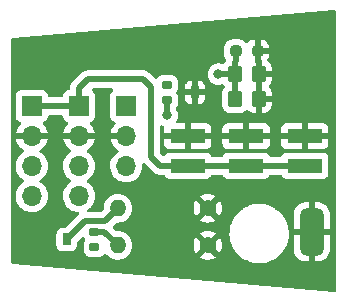
<source format=gbr>
%TF.GenerationSoftware,KiCad,Pcbnew,(6.0.5)*%
%TF.CreationDate,2023-08-08T13:15:33+01:00*%
%TF.ProjectId,Melty-daughter,4d656c74-792d-4646-9175-67687465722e,rev?*%
%TF.SameCoordinates,Original*%
%TF.FileFunction,Copper,L1,Top*%
%TF.FilePolarity,Positive*%
%FSLAX46Y46*%
G04 Gerber Fmt 4.6, Leading zero omitted, Abs format (unit mm)*
G04 Created by KiCad (PCBNEW (6.0.5)) date 2023-08-08 13:15:33*
%MOMM*%
%LPD*%
G01*
G04 APERTURE LIST*
G04 Aperture macros list*
%AMRoundRect*
0 Rectangle with rounded corners*
0 $1 Rounding radius*
0 $2 $3 $4 $5 $6 $7 $8 $9 X,Y pos of 4 corners*
0 Add a 4 corners polygon primitive as box body*
4,1,4,$2,$3,$4,$5,$6,$7,$8,$9,$2,$3,0*
0 Add four circle primitives for the rounded corners*
1,1,$1+$1,$2,$3*
1,1,$1+$1,$4,$5*
1,1,$1+$1,$6,$7*
1,1,$1+$1,$8,$9*
0 Add four rect primitives between the rounded corners*
20,1,$1+$1,$2,$3,$4,$5,0*
20,1,$1+$1,$4,$5,$6,$7,0*
20,1,$1+$1,$6,$7,$8,$9,0*
20,1,$1+$1,$8,$9,$2,$3,0*%
G04 Aperture macros list end*
%TA.AperFunction,SMDPad,CuDef*%
%ADD10RoundRect,0.060000X0.340000X-0.240000X0.340000X0.240000X-0.340000X0.240000X-0.340000X-0.240000X0*%
%TD*%
%TA.AperFunction,SMDPad,CuDef*%
%ADD11RoundRect,0.070000X0.280000X-0.430000X0.280000X0.430000X-0.280000X0.430000X-0.280000X-0.430000X0*%
%TD*%
%TA.AperFunction,SMDPad,CuDef*%
%ADD12RoundRect,0.500000X-0.500000X-1.500000X0.500000X-1.500000X0.500000X1.500000X-0.500000X1.500000X0*%
%TD*%
%TA.AperFunction,ComponentPad*%
%ADD13C,1.400000*%
%TD*%
%TA.AperFunction,ComponentPad*%
%ADD14O,1.400000X1.400000*%
%TD*%
%TA.AperFunction,SMDPad,CuDef*%
%ADD15RoundRect,0.250000X0.350000X0.450000X-0.350000X0.450000X-0.350000X-0.450000X0.350000X-0.450000X0*%
%TD*%
%TA.AperFunction,SMDPad,CuDef*%
%ADD16RoundRect,0.060000X-0.340000X0.240000X-0.340000X-0.240000X0.340000X-0.240000X0.340000X0.240000X0*%
%TD*%
%TA.AperFunction,SMDPad,CuDef*%
%ADD17RoundRect,0.070000X-0.280000X0.430000X-0.280000X-0.430000X0.280000X-0.430000X0.280000X0.430000X0*%
%TD*%
%TA.AperFunction,SMDPad,CuDef*%
%ADD18R,3.000000X1.200000*%
%TD*%
%TA.AperFunction,ComponentPad*%
%ADD19R,1.700000X1.700000*%
%TD*%
%TA.AperFunction,ComponentPad*%
%ADD20O,1.700000X1.700000*%
%TD*%
%TA.AperFunction,SMDPad,CuDef*%
%ADD21RoundRect,0.237500X0.250000X0.237500X-0.250000X0.237500X-0.250000X-0.237500X0.250000X-0.237500X0*%
%TD*%
%TA.AperFunction,ViaPad*%
%ADD22C,0.800000*%
%TD*%
%TA.AperFunction,Conductor*%
%ADD23C,0.500000*%
%TD*%
G04 APERTURE END LIST*
D10*
%TO.P,RV3,1,1*%
%TO.N,unconnected-(RV3-Pad1)*%
X107550000Y-98150000D03*
D11*
%TO.P,RV3,2,2*%
%TO.N,Net-(R5-Pad2)*%
X105200000Y-97500000D03*
D10*
%TO.P,RV3,3,3*%
%TO.N,GND*%
X107550000Y-96850000D03*
%TD*%
D12*
%TO.P,P1,1*%
%TO.N,IR_out*%
X125950000Y-96850000D03*
%TD*%
D13*
%TO.P,R3,1*%
%TO.N,IR_out*%
X117160000Y-98000000D03*
D14*
%TO.P,R3,2*%
%TO.N,GND*%
X109540000Y-98000000D03*
%TD*%
D15*
%TO.P,R2,1*%
%TO.N,IR_out*%
X121450000Y-85600000D03*
%TO.P,R2,2*%
%TO.N,GND*%
X119450000Y-85600000D03*
%TD*%
D16*
%TO.P,RV1,1,1*%
%TO.N,unconnected-(RV1-Pad1)*%
X113700000Y-84400000D03*
D17*
%TO.P,RV1,2,2*%
%TO.N,IR_out*%
X116050000Y-85050000D03*
D16*
%TO.P,RV1,3,3*%
%TO.N,GND*%
X113700000Y-85700000D03*
%TD*%
D18*
%TO.P,Q3,1,C*%
%TO.N,+3V3*%
X115450000Y-91250000D03*
%TO.P,Q3,2,E*%
%TO.N,IR_out*%
X115450000Y-88750000D03*
%TD*%
%TO.P,Q2,1,C*%
%TO.N,+3V3*%
X120400000Y-91250000D03*
%TO.P,Q2,2,E*%
%TO.N,IR_out*%
X120400000Y-88750000D03*
%TD*%
D19*
%TO.P,J2,1,Pin_1*%
%TO.N,+3V3*%
X106250000Y-86200000D03*
D20*
%TO.P,J2,2,Pin_2*%
%TO.N,IR_out*%
X106250000Y-88740000D03*
%TO.P,J2,3,Pin_3*%
%TO.N,Net-(J1-Pad3)*%
X106250000Y-91280000D03*
%TO.P,J2,4,Pin_4*%
%TO.N,GND*%
X106250000Y-93820000D03*
%TD*%
D19*
%TO.P,RV2,1,1*%
%TO.N,GND*%
X110250000Y-86200000D03*
D20*
%TO.P,RV2,2,2*%
%TO.N,IR_out*%
X110250000Y-88740000D03*
%TO.P,RV2,3,3*%
%TO.N,unconnected-(RV2-Pad3)*%
X110250000Y-91280000D03*
%TD*%
D21*
%TO.P,R1,1*%
%TO.N,IR_out*%
X121362500Y-81550000D03*
%TO.P,R1,2*%
%TO.N,GND*%
X119537500Y-81550000D03*
%TD*%
D15*
%TO.P,R4,1*%
%TO.N,IR_out*%
X121450000Y-83500000D03*
%TO.P,R4,2*%
%TO.N,GND*%
X119450000Y-83500000D03*
%TD*%
D18*
%TO.P,Q1,1,C*%
%TO.N,+3V3*%
X125350000Y-91250000D03*
%TO.P,Q1,2,E*%
%TO.N,IR_out*%
X125350000Y-88750000D03*
%TD*%
D19*
%TO.P,J1,1,Pin_1*%
%TO.N,+3V3*%
X102250000Y-86200000D03*
D20*
%TO.P,J1,2,Pin_2*%
%TO.N,IR_out*%
X102250000Y-88740000D03*
%TO.P,J1,3,Pin_3*%
%TO.N,Net-(J1-Pad3)*%
X102250000Y-91280000D03*
%TO.P,J1,4,Pin_4*%
%TO.N,GND*%
X102250000Y-93820000D03*
%TD*%
D13*
%TO.P,R5,1*%
%TO.N,IR_out*%
X117160000Y-94850000D03*
D14*
%TO.P,R5,2*%
%TO.N,Net-(R5-Pad2)*%
X109540000Y-94850000D03*
%TD*%
D22*
%TO.N,GND*%
X118050000Y-83500000D03*
X113700000Y-87000000D03*
%TD*%
D23*
%TO.N,GND*%
X108390000Y-96850000D02*
X109540000Y-98000000D01*
X107550000Y-96850000D02*
X108390000Y-96850000D01*
%TO.N,Net-(R5-Pad2)*%
X108440000Y-95950000D02*
X106750000Y-95950000D01*
X109540000Y-94850000D02*
X108440000Y-95950000D01*
X106750000Y-95950000D02*
X105200000Y-97500000D01*
%TO.N,GND*%
X113700000Y-87000000D02*
X113700000Y-85700000D01*
%TO.N,+3V3*%
X113100000Y-91250000D02*
X115450000Y-91250000D01*
X112350000Y-84600000D02*
X112350000Y-90500000D01*
X111700000Y-83950000D02*
X112350000Y-84600000D01*
X106250000Y-84700000D02*
X107000000Y-83950000D01*
X112350000Y-90500000D02*
X113100000Y-91250000D01*
X106250000Y-86200000D02*
X106250000Y-84700000D01*
X107000000Y-83950000D02*
X111700000Y-83950000D01*
X125350000Y-91250000D02*
X120400000Y-91250000D01*
X120400000Y-91250000D02*
X115450000Y-91250000D01*
X102250000Y-86200000D02*
X106250000Y-86200000D01*
%TO.N,GND*%
X119450000Y-85600000D02*
X119450000Y-83500000D01*
X119537500Y-82362500D02*
X119450000Y-82450000D01*
X119450000Y-83500000D02*
X118050000Y-83500000D01*
X119450000Y-82450000D02*
X119450000Y-83500000D01*
X119537500Y-81550000D02*
X119537500Y-82362500D01*
%TD*%
%TA.AperFunction,Conductor*%
%TO.N,IR_out*%
G36*
X127924098Y-78081049D02*
G01*
X127975101Y-78130437D01*
X127991500Y-78192594D01*
X127991500Y-101807406D01*
X127971498Y-101875527D01*
X127917842Y-101922020D01*
X127854492Y-101932924D01*
X100623489Y-99544240D01*
X100557377Y-99518362D01*
X100515751Y-99460849D01*
X100508500Y-99418722D01*
X100508500Y-97967918D01*
X104341500Y-97967918D01*
X104356390Y-98081019D01*
X104414681Y-98221746D01*
X104507409Y-98342591D01*
X104628254Y-98435319D01*
X104768981Y-98493610D01*
X104882082Y-98508500D01*
X105517918Y-98508500D01*
X105631019Y-98493610D01*
X105771746Y-98435319D01*
X105892591Y-98342591D01*
X105985319Y-98221746D01*
X106043610Y-98081019D01*
X106058500Y-97967918D01*
X106058500Y-97766371D01*
X106078502Y-97698250D01*
X106095405Y-97677276D01*
X106487100Y-97285581D01*
X106549412Y-97251555D01*
X106620227Y-97256620D01*
X106677063Y-97299167D01*
X106692603Y-97326456D01*
X106713416Y-97376703D01*
X106749170Y-97423298D01*
X106774769Y-97489516D01*
X106760504Y-97559065D01*
X106749173Y-97576698D01*
X106713416Y-97623297D01*
X106656132Y-97761592D01*
X106641500Y-97872735D01*
X106641501Y-98427264D01*
X106642039Y-98431348D01*
X106642039Y-98431354D01*
X106655054Y-98530221D01*
X106656132Y-98538408D01*
X106713416Y-98676703D01*
X106804541Y-98795459D01*
X106923297Y-98886584D01*
X107061592Y-98943868D01*
X107069780Y-98944946D01*
X107168641Y-98957961D01*
X107172735Y-98958500D01*
X107549954Y-98958500D01*
X107927264Y-98958499D01*
X107931348Y-98957961D01*
X107931354Y-98957961D01*
X108030221Y-98944946D01*
X108030223Y-98944945D01*
X108038408Y-98943868D01*
X108176703Y-98886584D01*
X108295459Y-98795459D01*
X108361420Y-98709497D01*
X108418758Y-98667630D01*
X108489629Y-98663409D01*
X108551532Y-98698174D01*
X108564588Y-98713922D01*
X108610699Y-98779776D01*
X108760224Y-98929301D01*
X108933442Y-99050589D01*
X108938420Y-99052910D01*
X108938423Y-99052912D01*
X109116853Y-99136115D01*
X109125090Y-99139956D01*
X109130398Y-99141378D01*
X109130400Y-99141379D01*
X109324030Y-99193262D01*
X109324032Y-99193262D01*
X109329345Y-99194686D01*
X109540000Y-99213116D01*
X109750655Y-99194686D01*
X109755968Y-99193262D01*
X109755970Y-99193262D01*
X109949600Y-99141379D01*
X109949602Y-99141378D01*
X109954910Y-99139956D01*
X109963147Y-99136115D01*
X110141577Y-99052912D01*
X110141580Y-99052910D01*
X110146558Y-99050589D01*
X110198440Y-99014261D01*
X116510294Y-99014261D01*
X116519590Y-99026276D01*
X116549189Y-99047001D01*
X116558677Y-99052479D01*
X116740277Y-99137159D01*
X116750571Y-99140907D01*
X116944122Y-99192769D01*
X116954909Y-99194671D01*
X117154525Y-99212135D01*
X117165475Y-99212135D01*
X117365091Y-99194671D01*
X117375878Y-99192769D01*
X117569429Y-99140907D01*
X117579723Y-99137159D01*
X117761323Y-99052479D01*
X117770811Y-99047001D01*
X117801248Y-99025689D01*
X117809623Y-99015212D01*
X117802554Y-99001764D01*
X117172812Y-98372022D01*
X117158868Y-98364408D01*
X117157035Y-98364539D01*
X117150420Y-98368790D01*
X116516724Y-99002486D01*
X116510294Y-99014261D01*
X110198440Y-99014261D01*
X110319776Y-98929301D01*
X110469301Y-98779776D01*
X110590589Y-98606558D01*
X110664651Y-98447733D01*
X110677633Y-98419892D01*
X110677634Y-98419891D01*
X110679956Y-98414910D01*
X110734686Y-98210655D01*
X110752637Y-98005475D01*
X115947865Y-98005475D01*
X115965329Y-98205091D01*
X115967231Y-98215878D01*
X116019093Y-98409429D01*
X116022841Y-98419723D01*
X116107521Y-98601323D01*
X116112999Y-98610811D01*
X116134311Y-98641248D01*
X116144788Y-98649623D01*
X116158236Y-98642554D01*
X116787978Y-98012812D01*
X116794356Y-98001132D01*
X117524408Y-98001132D01*
X117524539Y-98002965D01*
X117528790Y-98009580D01*
X118162486Y-98643276D01*
X118174261Y-98649706D01*
X118186276Y-98640410D01*
X118207001Y-98610811D01*
X118212479Y-98601323D01*
X118297159Y-98419723D01*
X118300907Y-98409429D01*
X118352769Y-98215878D01*
X118354671Y-98205091D01*
X118372135Y-98005475D01*
X118372135Y-97994525D01*
X118354671Y-97794909D01*
X118352769Y-97784122D01*
X118300907Y-97590571D01*
X118297159Y-97580277D01*
X118212479Y-97398677D01*
X118207001Y-97389189D01*
X118185689Y-97358752D01*
X118175212Y-97350377D01*
X118161764Y-97357446D01*
X117532022Y-97987188D01*
X117524408Y-98001132D01*
X116794356Y-98001132D01*
X116795592Y-97998868D01*
X116795461Y-97997035D01*
X116791210Y-97990420D01*
X116157514Y-97356724D01*
X116145739Y-97350294D01*
X116133724Y-97359590D01*
X116112999Y-97389189D01*
X116107521Y-97398677D01*
X116022841Y-97580277D01*
X116019093Y-97590571D01*
X115967231Y-97784122D01*
X115965329Y-97794909D01*
X115947865Y-97994525D01*
X115947865Y-98005475D01*
X110752637Y-98005475D01*
X110753116Y-98000000D01*
X110734686Y-97789345D01*
X110727250Y-97761592D01*
X110681379Y-97590400D01*
X110681378Y-97590398D01*
X110679956Y-97585090D01*
X110676046Y-97576704D01*
X110592912Y-97398423D01*
X110592910Y-97398420D01*
X110590589Y-97393442D01*
X110469301Y-97220224D01*
X110319776Y-97070699D01*
X110197082Y-96984788D01*
X116510377Y-96984788D01*
X116517446Y-96998236D01*
X117147188Y-97627978D01*
X117161132Y-97635592D01*
X117162965Y-97635461D01*
X117169580Y-97631210D01*
X117800790Y-97000000D01*
X118986540Y-97000000D01*
X119006359Y-97315020D01*
X119065505Y-97625072D01*
X119163044Y-97925266D01*
X119164731Y-97928852D01*
X119164733Y-97928856D01*
X119295750Y-98207283D01*
X119295754Y-98207290D01*
X119297438Y-98210869D01*
X119466568Y-98477375D01*
X119477385Y-98490450D01*
X119662266Y-98713932D01*
X119667767Y-98720582D01*
X119897860Y-98936654D01*
X119901062Y-98938981D01*
X119901064Y-98938982D01*
X119953631Y-98977174D01*
X120153221Y-99122184D01*
X120156690Y-99124091D01*
X120156693Y-99124093D01*
X120366111Y-99239222D01*
X120429821Y-99274247D01*
X120433490Y-99275700D01*
X120433495Y-99275702D01*
X120719628Y-99388990D01*
X120723298Y-99390443D01*
X121029025Y-99468940D01*
X121342179Y-99508500D01*
X121657821Y-99508500D01*
X121970975Y-99468940D01*
X122276702Y-99390443D01*
X122280372Y-99388990D01*
X122566505Y-99275702D01*
X122566510Y-99275700D01*
X122570179Y-99274247D01*
X122633889Y-99239222D01*
X122843307Y-99124093D01*
X122843310Y-99124091D01*
X122846779Y-99122184D01*
X123046369Y-98977174D01*
X123098936Y-98938982D01*
X123098938Y-98938981D01*
X123102140Y-98936654D01*
X123332233Y-98720582D01*
X123337735Y-98713932D01*
X123522615Y-98490450D01*
X123533432Y-98477375D01*
X123554180Y-98444681D01*
X124442000Y-98444681D01*
X124442077Y-98447733D01*
X124443233Y-98456945D01*
X124480162Y-98640091D01*
X124483752Y-98651833D01*
X124554978Y-98822943D01*
X124560778Y-98833759D01*
X124663885Y-98987779D01*
X124671678Y-98997266D01*
X124802734Y-99128322D01*
X124812221Y-99136115D01*
X124966241Y-99239222D01*
X124977057Y-99245022D01*
X125148167Y-99316248D01*
X125159909Y-99319838D01*
X125343055Y-99356767D01*
X125352267Y-99357923D01*
X125355319Y-99358000D01*
X125677885Y-99358000D01*
X125693124Y-99353525D01*
X125694329Y-99352135D01*
X125696000Y-99344452D01*
X125696000Y-99339885D01*
X126204000Y-99339885D01*
X126208475Y-99355124D01*
X126209865Y-99356329D01*
X126217548Y-99358000D01*
X126544681Y-99358000D01*
X126547733Y-99357923D01*
X126556945Y-99356767D01*
X126740091Y-99319838D01*
X126751833Y-99316248D01*
X126922943Y-99245022D01*
X126933759Y-99239222D01*
X127087779Y-99136115D01*
X127097266Y-99128322D01*
X127228322Y-98997266D01*
X127236115Y-98987779D01*
X127339222Y-98833759D01*
X127345022Y-98822943D01*
X127416248Y-98651833D01*
X127419838Y-98640091D01*
X127456767Y-98456945D01*
X127457923Y-98447733D01*
X127458000Y-98444681D01*
X127458000Y-97122115D01*
X127453525Y-97106876D01*
X127452135Y-97105671D01*
X127444452Y-97104000D01*
X126222115Y-97104000D01*
X126206876Y-97108475D01*
X126205671Y-97109865D01*
X126204000Y-97117548D01*
X126204000Y-99339885D01*
X125696000Y-99339885D01*
X125696000Y-97122115D01*
X125691525Y-97106876D01*
X125690135Y-97105671D01*
X125682452Y-97104000D01*
X124460115Y-97104000D01*
X124444876Y-97108475D01*
X124443671Y-97109865D01*
X124442000Y-97117548D01*
X124442000Y-98444681D01*
X123554180Y-98444681D01*
X123702562Y-98210869D01*
X123704246Y-98207290D01*
X123704250Y-98207283D01*
X123835267Y-97928856D01*
X123835269Y-97928852D01*
X123836956Y-97925266D01*
X123934495Y-97625072D01*
X123993641Y-97315020D01*
X124013460Y-97000000D01*
X123993641Y-96684980D01*
X123973211Y-96577885D01*
X124442000Y-96577885D01*
X124446475Y-96593124D01*
X124447865Y-96594329D01*
X124455548Y-96596000D01*
X125677885Y-96596000D01*
X125693124Y-96591525D01*
X125694329Y-96590135D01*
X125696000Y-96582452D01*
X125696000Y-96577885D01*
X126204000Y-96577885D01*
X126208475Y-96593124D01*
X126209865Y-96594329D01*
X126217548Y-96596000D01*
X127439885Y-96596000D01*
X127455124Y-96591525D01*
X127456329Y-96590135D01*
X127458000Y-96582452D01*
X127458000Y-95255319D01*
X127457923Y-95252267D01*
X127456767Y-95243055D01*
X127419838Y-95059909D01*
X127416248Y-95048167D01*
X127345022Y-94877057D01*
X127339222Y-94866241D01*
X127236115Y-94712221D01*
X127228322Y-94702734D01*
X127097266Y-94571678D01*
X127087779Y-94563885D01*
X126933759Y-94460778D01*
X126922943Y-94454978D01*
X126751833Y-94383752D01*
X126740091Y-94380162D01*
X126556945Y-94343233D01*
X126547733Y-94342077D01*
X126544681Y-94342000D01*
X126222115Y-94342000D01*
X126206876Y-94346475D01*
X126205671Y-94347865D01*
X126204000Y-94355548D01*
X126204000Y-96577885D01*
X125696000Y-96577885D01*
X125696000Y-94360115D01*
X125691525Y-94344876D01*
X125690135Y-94343671D01*
X125682452Y-94342000D01*
X125355319Y-94342000D01*
X125352267Y-94342077D01*
X125343055Y-94343233D01*
X125159909Y-94380162D01*
X125148167Y-94383752D01*
X124977057Y-94454978D01*
X124966241Y-94460778D01*
X124812221Y-94563885D01*
X124802734Y-94571678D01*
X124671678Y-94702734D01*
X124663885Y-94712221D01*
X124560778Y-94866241D01*
X124554978Y-94877057D01*
X124483752Y-95048167D01*
X124480162Y-95059909D01*
X124443233Y-95243055D01*
X124442077Y-95252267D01*
X124442000Y-95255319D01*
X124442000Y-96577885D01*
X123973211Y-96577885D01*
X123934495Y-96374928D01*
X123836956Y-96074734D01*
X123831264Y-96062637D01*
X123704250Y-95792717D01*
X123704246Y-95792710D01*
X123702562Y-95789131D01*
X123698329Y-95782460D01*
X123670052Y-95737903D01*
X123533432Y-95522625D01*
X123332233Y-95279418D01*
X123102140Y-95063346D01*
X123097410Y-95059909D01*
X122963916Y-94962921D01*
X122846779Y-94877816D01*
X122825725Y-94866241D01*
X122573648Y-94727660D01*
X122573647Y-94727659D01*
X122570179Y-94725753D01*
X122566510Y-94724300D01*
X122566505Y-94724298D01*
X122280372Y-94611010D01*
X122280371Y-94611010D01*
X122276702Y-94609557D01*
X121970975Y-94531060D01*
X121657821Y-94491500D01*
X121342179Y-94491500D01*
X121029025Y-94531060D01*
X120723298Y-94609557D01*
X120719629Y-94611010D01*
X120719628Y-94611010D01*
X120433495Y-94724298D01*
X120433490Y-94724300D01*
X120429821Y-94725753D01*
X120426353Y-94727659D01*
X120426352Y-94727660D01*
X120174276Y-94866241D01*
X120153221Y-94877816D01*
X120036084Y-94962921D01*
X119902591Y-95059909D01*
X119897860Y-95063346D01*
X119667767Y-95279418D01*
X119466568Y-95522625D01*
X119329948Y-95737903D01*
X119301672Y-95782460D01*
X119297438Y-95789131D01*
X119295754Y-95792710D01*
X119295750Y-95792717D01*
X119168736Y-96062637D01*
X119163044Y-96074734D01*
X119065505Y-96374928D01*
X119006359Y-96684980D01*
X118999237Y-96798182D01*
X118989525Y-96952566D01*
X118988833Y-96963559D01*
X118986540Y-97000000D01*
X117800790Y-97000000D01*
X117803276Y-96997514D01*
X117809706Y-96985739D01*
X117800410Y-96973724D01*
X117770811Y-96952999D01*
X117761323Y-96947521D01*
X117579723Y-96862841D01*
X117569429Y-96859093D01*
X117375878Y-96807231D01*
X117365091Y-96805329D01*
X117165475Y-96787865D01*
X117154525Y-96787865D01*
X116954909Y-96805329D01*
X116944122Y-96807231D01*
X116750571Y-96859093D01*
X116740277Y-96862841D01*
X116558677Y-96947521D01*
X116549189Y-96952999D01*
X116518752Y-96974311D01*
X116510377Y-96984788D01*
X110197082Y-96984788D01*
X110146558Y-96949411D01*
X110141580Y-96947090D01*
X110141577Y-96947088D01*
X109959892Y-96862367D01*
X109959891Y-96862366D01*
X109954910Y-96860044D01*
X109949602Y-96858622D01*
X109949600Y-96858621D01*
X109755970Y-96806738D01*
X109755968Y-96806738D01*
X109750655Y-96805314D01*
X109540000Y-96786884D01*
X109534525Y-96787363D01*
X109534524Y-96787363D01*
X109469392Y-96793061D01*
X109399787Y-96779071D01*
X109369316Y-96756635D01*
X109126776Y-96514095D01*
X109092750Y-96451783D01*
X109097815Y-96380968D01*
X109126776Y-96335905D01*
X109369316Y-96093365D01*
X109431628Y-96059339D01*
X109469392Y-96056939D01*
X109534524Y-96062637D01*
X109534525Y-96062637D01*
X109540000Y-96063116D01*
X109750655Y-96044686D01*
X109755968Y-96043262D01*
X109755970Y-96043262D01*
X109949600Y-95991379D01*
X109949602Y-95991378D01*
X109954910Y-95989956D01*
X110128122Y-95909186D01*
X110141577Y-95902912D01*
X110141580Y-95902910D01*
X110146558Y-95900589D01*
X110198440Y-95864261D01*
X116510294Y-95864261D01*
X116519590Y-95876276D01*
X116549189Y-95897001D01*
X116558677Y-95902479D01*
X116740277Y-95987159D01*
X116750571Y-95990907D01*
X116944122Y-96042769D01*
X116954909Y-96044671D01*
X117154525Y-96062135D01*
X117165475Y-96062135D01*
X117365091Y-96044671D01*
X117375878Y-96042769D01*
X117569429Y-95990907D01*
X117579723Y-95987159D01*
X117761323Y-95902479D01*
X117770811Y-95897001D01*
X117801248Y-95875689D01*
X117809623Y-95865212D01*
X117802554Y-95851764D01*
X117172812Y-95222022D01*
X117158868Y-95214408D01*
X117157035Y-95214539D01*
X117150420Y-95218790D01*
X116516724Y-95852486D01*
X116510294Y-95864261D01*
X110198440Y-95864261D01*
X110319776Y-95779301D01*
X110469301Y-95629776D01*
X110590589Y-95456558D01*
X110633683Y-95364144D01*
X110677633Y-95269892D01*
X110677634Y-95269891D01*
X110679956Y-95264910D01*
X110682438Y-95255649D01*
X110733262Y-95065970D01*
X110733262Y-95065968D01*
X110734686Y-95060655D01*
X110752637Y-94855475D01*
X115947865Y-94855475D01*
X115965329Y-95055091D01*
X115967231Y-95065878D01*
X116019093Y-95259429D01*
X116022841Y-95269723D01*
X116107521Y-95451323D01*
X116112999Y-95460811D01*
X116134311Y-95491248D01*
X116144788Y-95499623D01*
X116158236Y-95492554D01*
X116787978Y-94862812D01*
X116794356Y-94851132D01*
X117524408Y-94851132D01*
X117524539Y-94852965D01*
X117528790Y-94859580D01*
X118162486Y-95493276D01*
X118174261Y-95499706D01*
X118186276Y-95490410D01*
X118207001Y-95460811D01*
X118212479Y-95451323D01*
X118297159Y-95269723D01*
X118300907Y-95259429D01*
X118352769Y-95065878D01*
X118354671Y-95055091D01*
X118372135Y-94855475D01*
X118372135Y-94844525D01*
X118354671Y-94644909D01*
X118352769Y-94634122D01*
X118300907Y-94440571D01*
X118297159Y-94430277D01*
X118212479Y-94248677D01*
X118207001Y-94239189D01*
X118185689Y-94208752D01*
X118175212Y-94200377D01*
X118161764Y-94207446D01*
X117532022Y-94837188D01*
X117524408Y-94851132D01*
X116794356Y-94851132D01*
X116795592Y-94848868D01*
X116795461Y-94847035D01*
X116791210Y-94840420D01*
X116157514Y-94206724D01*
X116145739Y-94200294D01*
X116133724Y-94209590D01*
X116112999Y-94239189D01*
X116107521Y-94248677D01*
X116022841Y-94430277D01*
X116019093Y-94440571D01*
X115967231Y-94634122D01*
X115965329Y-94644909D01*
X115947865Y-94844525D01*
X115947865Y-94855475D01*
X110752637Y-94855475D01*
X110753116Y-94850000D01*
X110734686Y-94639345D01*
X110733262Y-94634030D01*
X110681379Y-94440400D01*
X110681378Y-94440398D01*
X110679956Y-94435090D01*
X110642865Y-94355548D01*
X110592912Y-94248423D01*
X110592910Y-94248420D01*
X110590589Y-94243442D01*
X110469301Y-94070224D01*
X110319776Y-93920699D01*
X110197082Y-93834788D01*
X116510377Y-93834788D01*
X116517446Y-93848236D01*
X117147188Y-94477978D01*
X117161132Y-94485592D01*
X117162965Y-94485461D01*
X117169580Y-94481210D01*
X117803276Y-93847514D01*
X117809706Y-93835739D01*
X117800410Y-93823724D01*
X117770811Y-93802999D01*
X117761323Y-93797521D01*
X117579723Y-93712841D01*
X117569429Y-93709093D01*
X117375878Y-93657231D01*
X117365091Y-93655329D01*
X117165475Y-93637865D01*
X117154525Y-93637865D01*
X116954909Y-93655329D01*
X116944122Y-93657231D01*
X116750571Y-93709093D01*
X116740277Y-93712841D01*
X116558677Y-93797521D01*
X116549189Y-93802999D01*
X116518752Y-93824311D01*
X116510377Y-93834788D01*
X110197082Y-93834788D01*
X110146558Y-93799411D01*
X110141580Y-93797090D01*
X110141577Y-93797088D01*
X109959892Y-93712367D01*
X109959891Y-93712366D01*
X109954910Y-93710044D01*
X109949602Y-93708622D01*
X109949600Y-93708621D01*
X109755970Y-93656738D01*
X109755968Y-93656738D01*
X109750655Y-93655314D01*
X109540000Y-93636884D01*
X109329345Y-93655314D01*
X109324032Y-93656738D01*
X109324030Y-93656738D01*
X109130400Y-93708621D01*
X109130398Y-93708622D01*
X109125090Y-93710044D01*
X109120109Y-93712366D01*
X109120108Y-93712367D01*
X108938423Y-93797088D01*
X108938420Y-93797090D01*
X108933442Y-93799411D01*
X108760224Y-93920699D01*
X108610699Y-94070224D01*
X108489411Y-94243442D01*
X108487090Y-94248420D01*
X108487088Y-94248423D01*
X108437135Y-94355548D01*
X108400044Y-94435090D01*
X108398622Y-94440398D01*
X108398621Y-94440400D01*
X108346738Y-94634030D01*
X108345314Y-94639345D01*
X108326884Y-94850000D01*
X108327363Y-94855475D01*
X108327363Y-94855476D01*
X108333061Y-94920608D01*
X108319071Y-94990213D01*
X108296635Y-95020684D01*
X108162724Y-95154595D01*
X108100412Y-95188621D01*
X108073629Y-95191500D01*
X107060382Y-95191500D01*
X106992261Y-95171498D01*
X106945768Y-95117842D01*
X106935664Y-95047568D01*
X106965158Y-94982988D01*
X106987214Y-94962921D01*
X107028703Y-94933327D01*
X107129860Y-94861173D01*
X107144048Y-94847035D01*
X107284435Y-94707137D01*
X107288096Y-94703489D01*
X107347594Y-94620689D01*
X107415435Y-94526277D01*
X107418453Y-94522077D01*
X107433320Y-94491997D01*
X107515136Y-94326453D01*
X107515137Y-94326451D01*
X107517430Y-94321811D01*
X107582370Y-94108069D01*
X107611529Y-93886590D01*
X107612484Y-93847514D01*
X107613074Y-93823365D01*
X107613074Y-93823361D01*
X107613156Y-93820000D01*
X107594852Y-93597361D01*
X107540431Y-93380702D01*
X107451354Y-93175840D01*
X107330014Y-92988277D01*
X107179670Y-92823051D01*
X107175619Y-92819852D01*
X107175615Y-92819848D01*
X107008414Y-92687800D01*
X107008410Y-92687798D01*
X107004359Y-92684598D01*
X106963053Y-92661796D01*
X106913084Y-92611364D01*
X106898312Y-92541921D01*
X106923428Y-92475516D01*
X106950780Y-92448909D01*
X106994603Y-92417650D01*
X107129860Y-92321173D01*
X107288096Y-92163489D01*
X107347594Y-92080689D01*
X107415435Y-91986277D01*
X107418453Y-91982077D01*
X107422138Y-91974622D01*
X107515136Y-91786453D01*
X107515137Y-91786451D01*
X107517430Y-91781811D01*
X107582370Y-91568069D01*
X107611529Y-91346590D01*
X107613156Y-91280000D01*
X107594852Y-91057361D01*
X107540431Y-90840702D01*
X107451354Y-90635840D01*
X107383608Y-90531120D01*
X107332822Y-90452617D01*
X107332820Y-90452614D01*
X107330014Y-90448277D01*
X107179670Y-90283051D01*
X107175619Y-90279852D01*
X107175615Y-90279848D01*
X107008414Y-90147800D01*
X107008410Y-90147798D01*
X107004359Y-90144598D01*
X106999416Y-90141869D01*
X106962569Y-90121529D01*
X106912598Y-90071097D01*
X106897826Y-90001654D01*
X106922942Y-89935248D01*
X106950294Y-89908641D01*
X107125328Y-89783792D01*
X107133200Y-89777139D01*
X107284052Y-89626812D01*
X107290730Y-89618965D01*
X107415003Y-89446020D01*
X107420313Y-89437183D01*
X107514670Y-89246267D01*
X107518469Y-89236672D01*
X107580377Y-89032910D01*
X107582555Y-89022837D01*
X107583986Y-89011962D01*
X107581775Y-88997778D01*
X107568617Y-88994000D01*
X104933225Y-88994000D01*
X104919694Y-88997973D01*
X104918257Y-89007966D01*
X104948565Y-89142446D01*
X104951645Y-89152275D01*
X105031770Y-89349603D01*
X105036413Y-89358794D01*
X105147694Y-89540388D01*
X105153777Y-89548699D01*
X105293213Y-89709667D01*
X105300580Y-89716883D01*
X105464434Y-89852916D01*
X105472881Y-89858831D01*
X105541969Y-89899203D01*
X105590693Y-89950842D01*
X105603764Y-90020625D01*
X105577033Y-90086396D01*
X105536584Y-90119752D01*
X105523607Y-90126507D01*
X105519474Y-90129610D01*
X105519471Y-90129612D01*
X105349100Y-90257530D01*
X105344965Y-90260635D01*
X105190629Y-90422138D01*
X105187715Y-90426410D01*
X105187714Y-90426411D01*
X105116287Y-90531120D01*
X105064743Y-90606680D01*
X104970688Y-90809305D01*
X104910989Y-91024570D01*
X104887251Y-91246695D01*
X104887548Y-91251848D01*
X104887548Y-91251851D01*
X104893011Y-91346590D01*
X104900110Y-91469715D01*
X104901247Y-91474761D01*
X104901248Y-91474767D01*
X104921119Y-91562939D01*
X104949222Y-91687639D01*
X105009173Y-91835281D01*
X105029497Y-91885333D01*
X105033266Y-91894616D01*
X105078061Y-91967715D01*
X105147130Y-92080425D01*
X105149987Y-92085088D01*
X105296250Y-92253938D01*
X105468126Y-92396632D01*
X105538595Y-92437811D01*
X105541445Y-92439476D01*
X105590169Y-92491114D01*
X105603240Y-92560897D01*
X105576509Y-92626669D01*
X105536055Y-92660027D01*
X105523607Y-92666507D01*
X105519474Y-92669610D01*
X105519471Y-92669612D01*
X105495247Y-92687800D01*
X105344965Y-92800635D01*
X105190629Y-92962138D01*
X105064743Y-93146680D01*
X104970688Y-93349305D01*
X104910989Y-93564570D01*
X104887251Y-93786695D01*
X104887548Y-93791848D01*
X104887548Y-93791851D01*
X104893011Y-93886590D01*
X104900110Y-94009715D01*
X104901247Y-94014761D01*
X104901248Y-94014767D01*
X104913746Y-94070224D01*
X104949222Y-94227639D01*
X105033266Y-94434616D01*
X105068429Y-94491997D01*
X105140470Y-94609557D01*
X105149987Y-94625088D01*
X105296250Y-94793938D01*
X105468126Y-94936632D01*
X105661000Y-95049338D01*
X105665825Y-95051180D01*
X105665826Y-95051181D01*
X105738612Y-95078975D01*
X105869692Y-95129030D01*
X105874760Y-95130061D01*
X105874763Y-95130062D01*
X105982017Y-95151883D01*
X106088597Y-95173567D01*
X106093771Y-95173757D01*
X106093773Y-95173757D01*
X106123801Y-95174858D01*
X106150317Y-95175830D01*
X106217658Y-95198314D01*
X106262154Y-95253637D01*
X106269676Y-95324234D01*
X106237171Y-95388398D01*
X106206871Y-95420383D01*
X106204494Y-95422825D01*
X105172724Y-96454595D01*
X105110412Y-96488621D01*
X105083629Y-96491500D01*
X104882082Y-96491500D01*
X104768981Y-96506390D01*
X104628254Y-96564681D01*
X104507409Y-96657409D01*
X104414681Y-96778254D01*
X104356390Y-96918981D01*
X104341500Y-97032082D01*
X104341500Y-97967918D01*
X100508500Y-97967918D01*
X100508500Y-93786695D01*
X100887251Y-93786695D01*
X100887548Y-93791848D01*
X100887548Y-93791851D01*
X100893011Y-93886590D01*
X100900110Y-94009715D01*
X100901247Y-94014761D01*
X100901248Y-94014767D01*
X100913746Y-94070224D01*
X100949222Y-94227639D01*
X101033266Y-94434616D01*
X101068429Y-94491997D01*
X101140470Y-94609557D01*
X101149987Y-94625088D01*
X101296250Y-94793938D01*
X101468126Y-94936632D01*
X101661000Y-95049338D01*
X101665825Y-95051180D01*
X101665826Y-95051181D01*
X101738612Y-95078975D01*
X101869692Y-95129030D01*
X101874760Y-95130061D01*
X101874763Y-95130062D01*
X101982017Y-95151883D01*
X102088597Y-95173567D01*
X102093772Y-95173757D01*
X102093774Y-95173757D01*
X102306673Y-95181564D01*
X102306677Y-95181564D01*
X102311837Y-95181753D01*
X102316957Y-95181097D01*
X102316959Y-95181097D01*
X102528288Y-95154025D01*
X102528289Y-95154025D01*
X102533416Y-95153368D01*
X102538366Y-95151883D01*
X102742429Y-95090661D01*
X102742434Y-95090659D01*
X102747384Y-95089174D01*
X102947994Y-94990896D01*
X103129860Y-94861173D01*
X103144048Y-94847035D01*
X103284435Y-94707137D01*
X103288096Y-94703489D01*
X103347594Y-94620689D01*
X103415435Y-94526277D01*
X103418453Y-94522077D01*
X103433320Y-94491997D01*
X103515136Y-94326453D01*
X103515137Y-94326451D01*
X103517430Y-94321811D01*
X103582370Y-94108069D01*
X103611529Y-93886590D01*
X103612484Y-93847514D01*
X103613074Y-93823365D01*
X103613074Y-93823361D01*
X103613156Y-93820000D01*
X103594852Y-93597361D01*
X103540431Y-93380702D01*
X103451354Y-93175840D01*
X103330014Y-92988277D01*
X103179670Y-92823051D01*
X103175619Y-92819852D01*
X103175615Y-92819848D01*
X103008414Y-92687800D01*
X103008410Y-92687798D01*
X103004359Y-92684598D01*
X102963053Y-92661796D01*
X102913084Y-92611364D01*
X102898312Y-92541921D01*
X102923428Y-92475516D01*
X102950780Y-92448909D01*
X102994603Y-92417650D01*
X103129860Y-92321173D01*
X103288096Y-92163489D01*
X103347594Y-92080689D01*
X103415435Y-91986277D01*
X103418453Y-91982077D01*
X103422138Y-91974622D01*
X103515136Y-91786453D01*
X103515137Y-91786451D01*
X103517430Y-91781811D01*
X103582370Y-91568069D01*
X103611529Y-91346590D01*
X103613156Y-91280000D01*
X103594852Y-91057361D01*
X103540431Y-90840702D01*
X103451354Y-90635840D01*
X103383608Y-90531120D01*
X103332822Y-90452617D01*
X103332820Y-90452614D01*
X103330014Y-90448277D01*
X103179670Y-90283051D01*
X103175619Y-90279852D01*
X103175615Y-90279848D01*
X103008414Y-90147800D01*
X103008410Y-90147798D01*
X103004359Y-90144598D01*
X102999416Y-90141869D01*
X102962569Y-90121529D01*
X102912598Y-90071097D01*
X102897826Y-90001654D01*
X102922942Y-89935248D01*
X102950294Y-89908641D01*
X103125328Y-89783792D01*
X103133200Y-89777139D01*
X103284052Y-89626812D01*
X103290730Y-89618965D01*
X103415003Y-89446020D01*
X103420313Y-89437183D01*
X103514670Y-89246267D01*
X103518469Y-89236672D01*
X103580377Y-89032910D01*
X103582555Y-89022837D01*
X103583986Y-89011962D01*
X103581775Y-88997778D01*
X103568617Y-88994000D01*
X100933225Y-88994000D01*
X100919694Y-88997973D01*
X100918257Y-89007966D01*
X100948565Y-89142446D01*
X100951645Y-89152275D01*
X101031770Y-89349603D01*
X101036413Y-89358794D01*
X101147694Y-89540388D01*
X101153777Y-89548699D01*
X101293213Y-89709667D01*
X101300580Y-89716883D01*
X101464434Y-89852916D01*
X101472881Y-89858831D01*
X101541969Y-89899203D01*
X101590693Y-89950842D01*
X101603764Y-90020625D01*
X101577033Y-90086396D01*
X101536584Y-90119752D01*
X101523607Y-90126507D01*
X101519474Y-90129610D01*
X101519471Y-90129612D01*
X101349100Y-90257530D01*
X101344965Y-90260635D01*
X101190629Y-90422138D01*
X101187715Y-90426410D01*
X101187714Y-90426411D01*
X101116287Y-90531120D01*
X101064743Y-90606680D01*
X100970688Y-90809305D01*
X100910989Y-91024570D01*
X100887251Y-91246695D01*
X100887548Y-91251848D01*
X100887548Y-91251851D01*
X100893011Y-91346590D01*
X100900110Y-91469715D01*
X100901247Y-91474761D01*
X100901248Y-91474767D01*
X100921119Y-91562939D01*
X100949222Y-91687639D01*
X101009173Y-91835281D01*
X101029497Y-91885333D01*
X101033266Y-91894616D01*
X101078061Y-91967715D01*
X101147130Y-92080425D01*
X101149987Y-92085088D01*
X101296250Y-92253938D01*
X101468126Y-92396632D01*
X101538595Y-92437811D01*
X101541445Y-92439476D01*
X101590169Y-92491114D01*
X101603240Y-92560897D01*
X101576509Y-92626669D01*
X101536055Y-92660027D01*
X101523607Y-92666507D01*
X101519474Y-92669610D01*
X101519471Y-92669612D01*
X101495247Y-92687800D01*
X101344965Y-92800635D01*
X101190629Y-92962138D01*
X101064743Y-93146680D01*
X100970688Y-93349305D01*
X100910989Y-93564570D01*
X100887251Y-93786695D01*
X100508500Y-93786695D01*
X100508500Y-87098134D01*
X100891500Y-87098134D01*
X100898255Y-87160316D01*
X100949385Y-87296705D01*
X101036739Y-87413261D01*
X101153295Y-87500615D01*
X101161704Y-87503767D01*
X101161705Y-87503768D01*
X101270960Y-87544726D01*
X101327725Y-87587367D01*
X101352425Y-87653929D01*
X101337218Y-87723278D01*
X101317825Y-87749759D01*
X101194590Y-87878717D01*
X101188104Y-87886727D01*
X101068098Y-88062649D01*
X101063000Y-88071623D01*
X100973338Y-88264783D01*
X100969775Y-88274470D01*
X100914389Y-88474183D01*
X100915912Y-88482607D01*
X100928292Y-88486000D01*
X103568344Y-88486000D01*
X103581875Y-88482027D01*
X103583180Y-88472947D01*
X103541214Y-88305875D01*
X103537894Y-88296124D01*
X103452972Y-88100814D01*
X103448105Y-88091739D01*
X103332426Y-87912926D01*
X103326136Y-87904757D01*
X103182293Y-87746677D01*
X103151241Y-87682831D01*
X103159635Y-87612333D01*
X103204812Y-87557564D01*
X103231256Y-87543895D01*
X103338297Y-87503767D01*
X103346705Y-87500615D01*
X103463261Y-87413261D01*
X103550615Y-87296705D01*
X103601745Y-87160316D01*
X103608500Y-87098134D01*
X103608500Y-87084500D01*
X103628502Y-87016379D01*
X103682158Y-86969886D01*
X103734500Y-86958500D01*
X104765500Y-86958500D01*
X104833621Y-86978502D01*
X104880114Y-87032158D01*
X104891500Y-87084500D01*
X104891500Y-87098134D01*
X104898255Y-87160316D01*
X104949385Y-87296705D01*
X105036739Y-87413261D01*
X105153295Y-87500615D01*
X105161704Y-87503767D01*
X105161705Y-87503768D01*
X105270960Y-87544726D01*
X105327725Y-87587367D01*
X105352425Y-87653929D01*
X105337218Y-87723278D01*
X105317825Y-87749759D01*
X105194590Y-87878717D01*
X105188104Y-87886727D01*
X105068098Y-88062649D01*
X105063000Y-88071623D01*
X104973338Y-88264783D01*
X104969775Y-88274470D01*
X104914389Y-88474183D01*
X104915912Y-88482607D01*
X104928292Y-88486000D01*
X107568344Y-88486000D01*
X107581875Y-88482027D01*
X107583180Y-88472947D01*
X107541214Y-88305875D01*
X107537894Y-88296124D01*
X107452972Y-88100814D01*
X107448105Y-88091739D01*
X107332426Y-87912926D01*
X107326136Y-87904757D01*
X107182293Y-87746677D01*
X107151241Y-87682831D01*
X107159635Y-87612333D01*
X107204812Y-87557564D01*
X107231256Y-87543895D01*
X107338297Y-87503767D01*
X107346705Y-87500615D01*
X107463261Y-87413261D01*
X107550615Y-87296705D01*
X107601745Y-87160316D01*
X107608500Y-87098134D01*
X107608500Y-85301866D01*
X107601745Y-85239684D01*
X107550615Y-85103295D01*
X107463261Y-84986739D01*
X107394661Y-84935326D01*
X107352146Y-84878467D01*
X107347120Y-84807648D01*
X107381180Y-84745355D01*
X107443511Y-84711365D01*
X107470226Y-84708500D01*
X109029774Y-84708500D01*
X109097895Y-84728502D01*
X109144388Y-84782158D01*
X109154492Y-84852432D01*
X109124998Y-84917012D01*
X109105339Y-84935326D01*
X109036739Y-84986739D01*
X108949385Y-85103295D01*
X108898255Y-85239684D01*
X108891500Y-85301866D01*
X108891500Y-87098134D01*
X108898255Y-87160316D01*
X108949385Y-87296705D01*
X109036739Y-87413261D01*
X109153295Y-87500615D01*
X109161704Y-87503767D01*
X109161705Y-87503768D01*
X109270960Y-87544726D01*
X109327725Y-87587367D01*
X109352425Y-87653929D01*
X109337218Y-87723278D01*
X109317825Y-87749759D01*
X109194590Y-87878717D01*
X109188104Y-87886727D01*
X109068098Y-88062649D01*
X109063000Y-88071623D01*
X108973338Y-88264783D01*
X108969775Y-88274470D01*
X108914389Y-88474183D01*
X108915912Y-88482607D01*
X108928292Y-88486000D01*
X110378000Y-88486000D01*
X110446121Y-88506002D01*
X110492614Y-88559658D01*
X110504000Y-88612000D01*
X110504000Y-88868000D01*
X110483998Y-88936121D01*
X110430342Y-88982614D01*
X110378000Y-88994000D01*
X108933225Y-88994000D01*
X108919694Y-88997973D01*
X108918257Y-89007966D01*
X108948565Y-89142446D01*
X108951645Y-89152275D01*
X109031770Y-89349603D01*
X109036413Y-89358794D01*
X109147694Y-89540388D01*
X109153777Y-89548699D01*
X109293213Y-89709667D01*
X109300580Y-89716883D01*
X109464434Y-89852916D01*
X109472881Y-89858831D01*
X109541969Y-89899203D01*
X109590693Y-89950842D01*
X109603764Y-90020625D01*
X109577033Y-90086396D01*
X109536584Y-90119752D01*
X109523607Y-90126507D01*
X109519474Y-90129610D01*
X109519471Y-90129612D01*
X109349100Y-90257530D01*
X109344965Y-90260635D01*
X109190629Y-90422138D01*
X109187715Y-90426410D01*
X109187714Y-90426411D01*
X109116287Y-90531120D01*
X109064743Y-90606680D01*
X108970688Y-90809305D01*
X108910989Y-91024570D01*
X108887251Y-91246695D01*
X108887548Y-91251848D01*
X108887548Y-91251851D01*
X108893011Y-91346590D01*
X108900110Y-91469715D01*
X108901247Y-91474761D01*
X108901248Y-91474767D01*
X108921119Y-91562939D01*
X108949222Y-91687639D01*
X109009173Y-91835281D01*
X109029497Y-91885333D01*
X109033266Y-91894616D01*
X109078061Y-91967715D01*
X109147130Y-92080425D01*
X109149987Y-92085088D01*
X109296250Y-92253938D01*
X109468126Y-92396632D01*
X109661000Y-92509338D01*
X109869692Y-92589030D01*
X109874760Y-92590061D01*
X109874763Y-92590062D01*
X109979466Y-92611364D01*
X110088597Y-92633567D01*
X110093772Y-92633757D01*
X110093774Y-92633757D01*
X110306673Y-92641564D01*
X110306677Y-92641564D01*
X110311837Y-92641753D01*
X110316957Y-92641097D01*
X110316959Y-92641097D01*
X110528288Y-92614025D01*
X110528289Y-92614025D01*
X110533416Y-92613368D01*
X110540096Y-92611364D01*
X110742429Y-92550661D01*
X110742434Y-92550659D01*
X110747384Y-92549174D01*
X110947994Y-92450896D01*
X111129860Y-92321173D01*
X111288096Y-92163489D01*
X111347594Y-92080689D01*
X111415435Y-91986277D01*
X111418453Y-91982077D01*
X111422138Y-91974622D01*
X111515136Y-91786453D01*
X111515137Y-91786451D01*
X111517430Y-91781811D01*
X111582370Y-91568069D01*
X111611529Y-91346590D01*
X111613156Y-91280000D01*
X111609103Y-91230704D01*
X111601536Y-91138655D01*
X111615889Y-91069124D01*
X111665555Y-91018391D01*
X111734765Y-91002564D01*
X111801545Y-91026666D01*
X111813770Y-91036863D01*
X111820388Y-91043133D01*
X111822825Y-91045506D01*
X112516230Y-91738911D01*
X112528616Y-91753323D01*
X112537149Y-91764918D01*
X112537154Y-91764923D01*
X112541492Y-91770818D01*
X112547070Y-91775557D01*
X112547073Y-91775560D01*
X112581768Y-91805035D01*
X112589284Y-91811965D01*
X112594979Y-91817660D01*
X112597861Y-91819940D01*
X112617251Y-91835281D01*
X112620655Y-91838072D01*
X112670703Y-91880591D01*
X112676285Y-91885333D01*
X112682801Y-91888661D01*
X112687850Y-91892028D01*
X112692979Y-91895195D01*
X112698716Y-91899734D01*
X112764875Y-91930655D01*
X112768769Y-91932558D01*
X112833808Y-91965769D01*
X112840916Y-91967508D01*
X112846559Y-91969607D01*
X112852322Y-91971524D01*
X112858950Y-91974622D01*
X112866112Y-91976112D01*
X112866113Y-91976112D01*
X112930412Y-91989486D01*
X112934696Y-91990456D01*
X113005610Y-92007808D01*
X113011212Y-92008156D01*
X113011215Y-92008156D01*
X113016764Y-92008500D01*
X113016762Y-92008536D01*
X113020755Y-92008775D01*
X113024947Y-92009149D01*
X113032115Y-92010640D01*
X113109520Y-92008546D01*
X113112928Y-92008500D01*
X113378991Y-92008500D01*
X113447112Y-92028502D01*
X113493605Y-92082158D01*
X113495903Y-92087694D01*
X113496232Y-92088296D01*
X113499385Y-92096705D01*
X113586739Y-92213261D01*
X113703295Y-92300615D01*
X113839684Y-92351745D01*
X113901866Y-92358500D01*
X116998134Y-92358500D01*
X117060316Y-92351745D01*
X117196705Y-92300615D01*
X117313261Y-92213261D01*
X117400615Y-92096705D01*
X117403767Y-92088296D01*
X117408077Y-92080425D01*
X117409741Y-92081336D01*
X117445663Y-92033510D01*
X117512224Y-92008807D01*
X117521009Y-92008500D01*
X118328991Y-92008500D01*
X118397112Y-92028502D01*
X118443605Y-92082158D01*
X118445903Y-92087694D01*
X118446232Y-92088296D01*
X118449385Y-92096705D01*
X118536739Y-92213261D01*
X118653295Y-92300615D01*
X118789684Y-92351745D01*
X118851866Y-92358500D01*
X121948134Y-92358500D01*
X122010316Y-92351745D01*
X122146705Y-92300615D01*
X122263261Y-92213261D01*
X122350615Y-92096705D01*
X122353767Y-92088296D01*
X122358077Y-92080425D01*
X122359741Y-92081336D01*
X122395663Y-92033510D01*
X122462224Y-92008807D01*
X122471009Y-92008500D01*
X123278991Y-92008500D01*
X123347112Y-92028502D01*
X123393605Y-92082158D01*
X123395903Y-92087694D01*
X123396232Y-92088296D01*
X123399385Y-92096705D01*
X123486739Y-92213261D01*
X123603295Y-92300615D01*
X123739684Y-92351745D01*
X123801866Y-92358500D01*
X126898134Y-92358500D01*
X126960316Y-92351745D01*
X127096705Y-92300615D01*
X127213261Y-92213261D01*
X127300615Y-92096705D01*
X127351745Y-91960316D01*
X127358500Y-91898134D01*
X127358500Y-90601866D01*
X127351745Y-90539684D01*
X127300615Y-90403295D01*
X127213261Y-90286739D01*
X127096705Y-90199385D01*
X126960316Y-90148255D01*
X126898134Y-90141500D01*
X123801866Y-90141500D01*
X123739684Y-90148255D01*
X123603295Y-90199385D01*
X123486739Y-90286739D01*
X123399385Y-90403295D01*
X123396233Y-90411703D01*
X123391923Y-90419575D01*
X123390259Y-90418664D01*
X123354337Y-90466490D01*
X123287776Y-90491193D01*
X123278991Y-90491500D01*
X122471009Y-90491500D01*
X122402888Y-90471498D01*
X122356395Y-90417842D01*
X122354097Y-90412306D01*
X122353767Y-90411703D01*
X122350615Y-90403295D01*
X122263261Y-90286739D01*
X122146705Y-90199385D01*
X122010316Y-90148255D01*
X121948134Y-90141500D01*
X118851866Y-90141500D01*
X118789684Y-90148255D01*
X118653295Y-90199385D01*
X118536739Y-90286739D01*
X118449385Y-90403295D01*
X118446233Y-90411703D01*
X118441923Y-90419575D01*
X118440259Y-90418664D01*
X118404337Y-90466490D01*
X118337776Y-90491193D01*
X118328991Y-90491500D01*
X117521009Y-90491500D01*
X117452888Y-90471498D01*
X117406395Y-90417842D01*
X117404097Y-90412306D01*
X117403767Y-90411703D01*
X117400615Y-90403295D01*
X117313261Y-90286739D01*
X117196705Y-90199385D01*
X117060316Y-90148255D01*
X116998134Y-90141500D01*
X113901866Y-90141500D01*
X113839684Y-90148255D01*
X113703295Y-90199385D01*
X113586739Y-90286739D01*
X113581358Y-90293919D01*
X113512255Y-90386123D01*
X113455396Y-90428638D01*
X113384577Y-90433664D01*
X113322334Y-90399653D01*
X113145405Y-90222724D01*
X113111379Y-90160412D01*
X113108500Y-90133629D01*
X113108500Y-89394669D01*
X113442001Y-89394669D01*
X113442371Y-89401490D01*
X113447895Y-89452352D01*
X113451521Y-89467604D01*
X113496676Y-89588054D01*
X113505214Y-89603649D01*
X113581715Y-89705724D01*
X113594276Y-89718285D01*
X113696351Y-89794786D01*
X113711946Y-89803324D01*
X113832394Y-89848478D01*
X113847649Y-89852105D01*
X113898514Y-89857631D01*
X113905328Y-89858000D01*
X115177885Y-89858000D01*
X115193124Y-89853525D01*
X115194329Y-89852135D01*
X115196000Y-89844452D01*
X115196000Y-89839884D01*
X115704000Y-89839884D01*
X115708475Y-89855123D01*
X115709865Y-89856328D01*
X115717548Y-89857999D01*
X116994669Y-89857999D01*
X117001490Y-89857629D01*
X117052352Y-89852105D01*
X117067604Y-89848479D01*
X117188054Y-89803324D01*
X117203649Y-89794786D01*
X117305724Y-89718285D01*
X117318285Y-89705724D01*
X117394786Y-89603649D01*
X117403324Y-89588054D01*
X117448478Y-89467606D01*
X117452105Y-89452351D01*
X117457631Y-89401486D01*
X117458000Y-89394672D01*
X117458000Y-89394669D01*
X118392001Y-89394669D01*
X118392371Y-89401490D01*
X118397895Y-89452352D01*
X118401521Y-89467604D01*
X118446676Y-89588054D01*
X118455214Y-89603649D01*
X118531715Y-89705724D01*
X118544276Y-89718285D01*
X118646351Y-89794786D01*
X118661946Y-89803324D01*
X118782394Y-89848478D01*
X118797649Y-89852105D01*
X118848514Y-89857631D01*
X118855328Y-89858000D01*
X120127885Y-89858000D01*
X120143124Y-89853525D01*
X120144329Y-89852135D01*
X120146000Y-89844452D01*
X120146000Y-89839884D01*
X120654000Y-89839884D01*
X120658475Y-89855123D01*
X120659865Y-89856328D01*
X120667548Y-89857999D01*
X121944669Y-89857999D01*
X121951490Y-89857629D01*
X122002352Y-89852105D01*
X122017604Y-89848479D01*
X122138054Y-89803324D01*
X122153649Y-89794786D01*
X122255724Y-89718285D01*
X122268285Y-89705724D01*
X122344786Y-89603649D01*
X122353324Y-89588054D01*
X122398478Y-89467606D01*
X122402105Y-89452351D01*
X122407631Y-89401486D01*
X122408000Y-89394672D01*
X122408000Y-89394669D01*
X123342001Y-89394669D01*
X123342371Y-89401490D01*
X123347895Y-89452352D01*
X123351521Y-89467604D01*
X123396676Y-89588054D01*
X123405214Y-89603649D01*
X123481715Y-89705724D01*
X123494276Y-89718285D01*
X123596351Y-89794786D01*
X123611946Y-89803324D01*
X123732394Y-89848478D01*
X123747649Y-89852105D01*
X123798514Y-89857631D01*
X123805328Y-89858000D01*
X125077885Y-89858000D01*
X125093124Y-89853525D01*
X125094329Y-89852135D01*
X125096000Y-89844452D01*
X125096000Y-89839884D01*
X125604000Y-89839884D01*
X125608475Y-89855123D01*
X125609865Y-89856328D01*
X125617548Y-89857999D01*
X126894669Y-89857999D01*
X126901490Y-89857629D01*
X126952352Y-89852105D01*
X126967604Y-89848479D01*
X127088054Y-89803324D01*
X127103649Y-89794786D01*
X127205724Y-89718285D01*
X127218285Y-89705724D01*
X127294786Y-89603649D01*
X127303324Y-89588054D01*
X127348478Y-89467606D01*
X127352105Y-89452351D01*
X127357631Y-89401486D01*
X127358000Y-89394672D01*
X127358000Y-89022115D01*
X127353525Y-89006876D01*
X127352135Y-89005671D01*
X127344452Y-89004000D01*
X125622115Y-89004000D01*
X125606876Y-89008475D01*
X125605671Y-89009865D01*
X125604000Y-89017548D01*
X125604000Y-89839884D01*
X125096000Y-89839884D01*
X125096000Y-89022115D01*
X125091525Y-89006876D01*
X125090135Y-89005671D01*
X125082452Y-89004000D01*
X123360116Y-89004000D01*
X123344877Y-89008475D01*
X123343672Y-89009865D01*
X123342001Y-89017548D01*
X123342001Y-89394669D01*
X122408000Y-89394669D01*
X122408000Y-89022115D01*
X122403525Y-89006876D01*
X122402135Y-89005671D01*
X122394452Y-89004000D01*
X120672115Y-89004000D01*
X120656876Y-89008475D01*
X120655671Y-89009865D01*
X120654000Y-89017548D01*
X120654000Y-89839884D01*
X120146000Y-89839884D01*
X120146000Y-89022115D01*
X120141525Y-89006876D01*
X120140135Y-89005671D01*
X120132452Y-89004000D01*
X118410116Y-89004000D01*
X118394877Y-89008475D01*
X118393672Y-89009865D01*
X118392001Y-89017548D01*
X118392001Y-89394669D01*
X117458000Y-89394669D01*
X117458000Y-89022115D01*
X117453525Y-89006876D01*
X117452135Y-89005671D01*
X117444452Y-89004000D01*
X115722115Y-89004000D01*
X115706876Y-89008475D01*
X115705671Y-89009865D01*
X115704000Y-89017548D01*
X115704000Y-89839884D01*
X115196000Y-89839884D01*
X115196000Y-89022115D01*
X115191525Y-89006876D01*
X115190135Y-89005671D01*
X115182452Y-89004000D01*
X113460116Y-89004000D01*
X113444877Y-89008475D01*
X113443672Y-89009865D01*
X113442001Y-89017548D01*
X113442001Y-89394669D01*
X113108500Y-89394669D01*
X113108500Y-87925148D01*
X113128502Y-87857027D01*
X113182158Y-87810534D01*
X113252432Y-87800430D01*
X113285748Y-87810041D01*
X113390866Y-87856842D01*
X113444962Y-87902822D01*
X113465612Y-87970749D01*
X113457601Y-88016176D01*
X113451522Y-88032392D01*
X113447895Y-88047649D01*
X113442369Y-88098514D01*
X113442000Y-88105328D01*
X113442000Y-88477885D01*
X113446475Y-88493124D01*
X113447865Y-88494329D01*
X113455548Y-88496000D01*
X115177885Y-88496000D01*
X115193124Y-88491525D01*
X115194329Y-88490135D01*
X115196000Y-88482452D01*
X115196000Y-88477885D01*
X115704000Y-88477885D01*
X115708475Y-88493124D01*
X115709865Y-88494329D01*
X115717548Y-88496000D01*
X117439884Y-88496000D01*
X117455123Y-88491525D01*
X117456328Y-88490135D01*
X117457999Y-88482452D01*
X117457999Y-88477885D01*
X118392000Y-88477885D01*
X118396475Y-88493124D01*
X118397865Y-88494329D01*
X118405548Y-88496000D01*
X120127885Y-88496000D01*
X120143124Y-88491525D01*
X120144329Y-88490135D01*
X120146000Y-88482452D01*
X120146000Y-88477885D01*
X120654000Y-88477885D01*
X120658475Y-88493124D01*
X120659865Y-88494329D01*
X120667548Y-88496000D01*
X122389884Y-88496000D01*
X122405123Y-88491525D01*
X122406328Y-88490135D01*
X122407999Y-88482452D01*
X122407999Y-88477885D01*
X123342000Y-88477885D01*
X123346475Y-88493124D01*
X123347865Y-88494329D01*
X123355548Y-88496000D01*
X125077885Y-88496000D01*
X125093124Y-88491525D01*
X125094329Y-88490135D01*
X125096000Y-88482452D01*
X125096000Y-88477885D01*
X125604000Y-88477885D01*
X125608475Y-88493124D01*
X125609865Y-88494329D01*
X125617548Y-88496000D01*
X127339884Y-88496000D01*
X127355123Y-88491525D01*
X127356328Y-88490135D01*
X127357999Y-88482452D01*
X127357999Y-88105331D01*
X127357629Y-88098510D01*
X127352105Y-88047648D01*
X127348479Y-88032396D01*
X127303324Y-87911946D01*
X127294786Y-87896351D01*
X127218285Y-87794276D01*
X127205724Y-87781715D01*
X127103649Y-87705214D01*
X127088054Y-87696676D01*
X126967606Y-87651522D01*
X126952351Y-87647895D01*
X126901486Y-87642369D01*
X126894672Y-87642000D01*
X125622115Y-87642000D01*
X125606876Y-87646475D01*
X125605671Y-87647865D01*
X125604000Y-87655548D01*
X125604000Y-88477885D01*
X125096000Y-88477885D01*
X125096000Y-87660116D01*
X125091525Y-87644877D01*
X125090135Y-87643672D01*
X125082452Y-87642001D01*
X123805331Y-87642001D01*
X123798510Y-87642371D01*
X123747648Y-87647895D01*
X123732396Y-87651521D01*
X123611946Y-87696676D01*
X123596351Y-87705214D01*
X123494276Y-87781715D01*
X123481715Y-87794276D01*
X123405214Y-87896351D01*
X123396676Y-87911946D01*
X123351522Y-88032394D01*
X123347895Y-88047649D01*
X123342369Y-88098514D01*
X123342000Y-88105328D01*
X123342000Y-88477885D01*
X122407999Y-88477885D01*
X122407999Y-88105331D01*
X122407629Y-88098510D01*
X122402105Y-88047648D01*
X122398479Y-88032396D01*
X122353324Y-87911946D01*
X122344786Y-87896351D01*
X122268285Y-87794276D01*
X122255724Y-87781715D01*
X122153649Y-87705214D01*
X122138054Y-87696676D01*
X122017606Y-87651522D01*
X122002351Y-87647895D01*
X121951486Y-87642369D01*
X121944672Y-87642000D01*
X120672115Y-87642000D01*
X120656876Y-87646475D01*
X120655671Y-87647865D01*
X120654000Y-87655548D01*
X120654000Y-88477885D01*
X120146000Y-88477885D01*
X120146000Y-87660116D01*
X120141525Y-87644877D01*
X120140135Y-87643672D01*
X120132452Y-87642001D01*
X118855331Y-87642001D01*
X118848510Y-87642371D01*
X118797648Y-87647895D01*
X118782396Y-87651521D01*
X118661946Y-87696676D01*
X118646351Y-87705214D01*
X118544276Y-87781715D01*
X118531715Y-87794276D01*
X118455214Y-87896351D01*
X118446676Y-87911946D01*
X118401522Y-88032394D01*
X118397895Y-88047649D01*
X118392369Y-88098514D01*
X118392000Y-88105328D01*
X118392000Y-88477885D01*
X117457999Y-88477885D01*
X117457999Y-88105331D01*
X117457629Y-88098510D01*
X117452105Y-88047648D01*
X117448479Y-88032396D01*
X117403324Y-87911946D01*
X117394786Y-87896351D01*
X117318285Y-87794276D01*
X117305724Y-87781715D01*
X117203649Y-87705214D01*
X117188054Y-87696676D01*
X117067606Y-87651522D01*
X117052351Y-87647895D01*
X117001486Y-87642369D01*
X116994672Y-87642000D01*
X115722115Y-87642000D01*
X115706876Y-87646475D01*
X115705671Y-87647865D01*
X115704000Y-87655548D01*
X115704000Y-88477885D01*
X115196000Y-88477885D01*
X115196000Y-87660116D01*
X115191525Y-87644877D01*
X115190135Y-87643672D01*
X115182452Y-87642001D01*
X114596624Y-87642001D01*
X114528503Y-87621999D01*
X114482010Y-87568343D01*
X114471906Y-87498069D01*
X114487505Y-87453001D01*
X114531223Y-87377279D01*
X114531224Y-87377278D01*
X114534527Y-87371556D01*
X114593542Y-87189928D01*
X114613504Y-87000000D01*
X114612814Y-86993435D01*
X114594232Y-86816635D01*
X114594232Y-86816633D01*
X114593542Y-86810072D01*
X114534527Y-86628444D01*
X114475381Y-86526000D01*
X114458500Y-86463001D01*
X114458500Y-86371236D01*
X114478502Y-86303115D01*
X114484537Y-86294532D01*
X114531557Y-86233254D01*
X114536584Y-86226703D01*
X114593868Y-86088408D01*
X114608500Y-85977265D01*
X114608499Y-85513763D01*
X115192001Y-85513763D01*
X115192539Y-85521975D01*
X115205799Y-85622701D01*
X115210037Y-85638516D01*
X115261958Y-85763864D01*
X115270145Y-85778045D01*
X115352743Y-85885690D01*
X115364310Y-85897257D01*
X115471955Y-85979855D01*
X115486136Y-85988042D01*
X115611483Y-86039963D01*
X115627301Y-86044201D01*
X115728026Y-86057462D01*
X115736235Y-86058000D01*
X115777885Y-86058000D01*
X115793124Y-86053525D01*
X115794329Y-86052135D01*
X115796000Y-86044452D01*
X115796000Y-86039884D01*
X116304000Y-86039884D01*
X116308475Y-86055123D01*
X116309865Y-86056328D01*
X116317548Y-86057999D01*
X116363763Y-86057999D01*
X116371975Y-86057461D01*
X116472701Y-86044201D01*
X116488516Y-86039963D01*
X116613864Y-85988042D01*
X116628045Y-85979855D01*
X116735690Y-85897257D01*
X116747257Y-85885690D01*
X116829855Y-85778045D01*
X116838042Y-85763864D01*
X116889963Y-85638517D01*
X116894201Y-85622699D01*
X116907462Y-85521974D01*
X116908000Y-85513765D01*
X116908000Y-85322115D01*
X116903525Y-85306876D01*
X116902135Y-85305671D01*
X116894452Y-85304000D01*
X116322115Y-85304000D01*
X116306876Y-85308475D01*
X116305671Y-85309865D01*
X116304000Y-85317548D01*
X116304000Y-86039884D01*
X115796000Y-86039884D01*
X115796000Y-85322115D01*
X115791525Y-85306876D01*
X115790135Y-85305671D01*
X115782452Y-85304000D01*
X115210116Y-85304000D01*
X115194877Y-85308475D01*
X115193672Y-85309865D01*
X115192001Y-85317548D01*
X115192001Y-85513763D01*
X114608499Y-85513763D01*
X114608499Y-85422736D01*
X114598398Y-85346000D01*
X114594946Y-85319779D01*
X114594945Y-85319777D01*
X114593868Y-85311592D01*
X114536584Y-85173297D01*
X114500830Y-85126702D01*
X114475231Y-85060484D01*
X114489496Y-84990935D01*
X114500827Y-84973302D01*
X114536584Y-84926703D01*
X114593868Y-84788408D01*
X114595253Y-84777885D01*
X115192000Y-84777885D01*
X115196475Y-84793124D01*
X115197865Y-84794329D01*
X115205548Y-84796000D01*
X115777885Y-84796000D01*
X115793124Y-84791525D01*
X115794329Y-84790135D01*
X115796000Y-84782452D01*
X115796000Y-84777885D01*
X116304000Y-84777885D01*
X116308475Y-84793124D01*
X116309865Y-84794329D01*
X116317548Y-84796000D01*
X116889884Y-84796000D01*
X116905123Y-84791525D01*
X116906328Y-84790135D01*
X116907999Y-84782452D01*
X116907999Y-84586237D01*
X116907461Y-84578025D01*
X116894201Y-84477299D01*
X116889963Y-84461484D01*
X116838042Y-84336136D01*
X116829855Y-84321955D01*
X116747257Y-84214310D01*
X116735690Y-84202743D01*
X116628045Y-84120145D01*
X116613864Y-84111958D01*
X116488517Y-84060037D01*
X116472699Y-84055799D01*
X116371974Y-84042538D01*
X116363765Y-84042000D01*
X116322115Y-84042000D01*
X116306876Y-84046475D01*
X116305671Y-84047865D01*
X116304000Y-84055548D01*
X116304000Y-84777885D01*
X115796000Y-84777885D01*
X115796000Y-84060116D01*
X115791525Y-84044877D01*
X115790135Y-84043672D01*
X115782452Y-84042001D01*
X115736237Y-84042001D01*
X115728025Y-84042539D01*
X115627299Y-84055799D01*
X115611484Y-84060037D01*
X115486136Y-84111958D01*
X115471955Y-84120145D01*
X115364310Y-84202743D01*
X115352743Y-84214310D01*
X115270145Y-84321955D01*
X115261958Y-84336136D01*
X115210037Y-84461483D01*
X115205799Y-84477301D01*
X115192538Y-84578026D01*
X115192000Y-84586235D01*
X115192000Y-84777885D01*
X114595253Y-84777885D01*
X114604030Y-84711221D01*
X114607962Y-84681352D01*
X114607962Y-84681351D01*
X114608500Y-84677265D01*
X114608499Y-84122736D01*
X114607081Y-84111958D01*
X114594946Y-84019779D01*
X114594945Y-84019777D01*
X114593868Y-84011592D01*
X114536584Y-83873297D01*
X114445459Y-83754541D01*
X114326703Y-83663416D01*
X114188408Y-83606132D01*
X114180220Y-83605054D01*
X114081352Y-83592038D01*
X114081351Y-83592038D01*
X114077265Y-83591500D01*
X113700046Y-83591500D01*
X113322736Y-83591501D01*
X113318652Y-83592039D01*
X113318646Y-83592039D01*
X113219779Y-83605054D01*
X113219777Y-83605055D01*
X113211592Y-83606132D01*
X113073297Y-83663416D01*
X112954541Y-83754541D01*
X112949515Y-83761091D01*
X112878182Y-83854053D01*
X112820844Y-83895920D01*
X112749973Y-83900142D01*
X112689125Y-83866444D01*
X112322681Y-83500000D01*
X117136496Y-83500000D01*
X117137186Y-83506565D01*
X117153672Y-83663416D01*
X117156458Y-83689928D01*
X117215473Y-83871556D01*
X117218776Y-83877278D01*
X117218777Y-83877279D01*
X117231977Y-83900142D01*
X117310960Y-84036944D01*
X117315378Y-84041851D01*
X117315379Y-84041852D01*
X117372113Y-84104861D01*
X117438747Y-84178866D01*
X117537843Y-84250864D01*
X117576235Y-84278757D01*
X117593248Y-84291118D01*
X117599276Y-84293802D01*
X117599278Y-84293803D01*
X117757097Y-84364068D01*
X117767712Y-84368794D01*
X117854046Y-84387145D01*
X117948056Y-84407128D01*
X117948061Y-84407128D01*
X117954513Y-84408500D01*
X118145487Y-84408500D01*
X118151939Y-84407128D01*
X118151944Y-84407128D01*
X118290660Y-84377642D01*
X118332288Y-84368794D01*
X118338324Y-84366107D01*
X118344598Y-84364068D01*
X118345049Y-84365457D01*
X118407886Y-84357035D01*
X118472181Y-84387145D01*
X118495902Y-84415267D01*
X118501522Y-84424348D01*
X118506704Y-84429521D01*
X118506708Y-84429526D01*
X118538108Y-84460871D01*
X118572188Y-84523153D01*
X118567185Y-84593973D01*
X118538265Y-84639061D01*
X118537895Y-84639432D01*
X118500695Y-84676697D01*
X118496855Y-84682927D01*
X118496854Y-84682928D01*
X118429914Y-84791525D01*
X118407885Y-84827262D01*
X118352203Y-84995139D01*
X118341500Y-85099600D01*
X118341500Y-86100400D01*
X118341837Y-86103646D01*
X118341837Y-86103650D01*
X118351618Y-86197914D01*
X118352474Y-86206166D01*
X118354655Y-86212702D01*
X118354655Y-86212704D01*
X118361511Y-86233254D01*
X118408450Y-86373946D01*
X118501522Y-86524348D01*
X118626697Y-86649305D01*
X118632927Y-86653145D01*
X118632928Y-86653146D01*
X118770288Y-86737816D01*
X118777262Y-86742115D01*
X118857005Y-86768564D01*
X118938611Y-86795632D01*
X118938613Y-86795632D01*
X118945139Y-86797797D01*
X118951975Y-86798497D01*
X118951978Y-86798498D01*
X118995031Y-86802909D01*
X119049600Y-86808500D01*
X119850400Y-86808500D01*
X119853646Y-86808163D01*
X119853650Y-86808163D01*
X119949308Y-86798238D01*
X119949312Y-86798237D01*
X119956166Y-86797526D01*
X119962702Y-86795345D01*
X119962704Y-86795345D01*
X120094806Y-86751272D01*
X120123946Y-86741550D01*
X120274348Y-86648478D01*
X120361137Y-86561537D01*
X120423421Y-86527458D01*
X120494241Y-86532461D01*
X120539329Y-86561382D01*
X120621829Y-86643739D01*
X120633240Y-86652751D01*
X120771243Y-86737816D01*
X120784424Y-86743963D01*
X120938710Y-86795138D01*
X120952086Y-86798005D01*
X121046438Y-86807672D01*
X121052854Y-86808000D01*
X121177885Y-86808000D01*
X121193124Y-86803525D01*
X121194329Y-86802135D01*
X121196000Y-86794452D01*
X121196000Y-86789884D01*
X121704000Y-86789884D01*
X121708475Y-86805123D01*
X121709865Y-86806328D01*
X121717548Y-86807999D01*
X121847095Y-86807999D01*
X121853614Y-86807662D01*
X121949206Y-86797743D01*
X121962600Y-86794851D01*
X122116784Y-86743412D01*
X122129962Y-86737239D01*
X122267807Y-86651937D01*
X122279208Y-86642901D01*
X122393739Y-86528171D01*
X122402751Y-86516760D01*
X122487816Y-86378757D01*
X122493963Y-86365576D01*
X122545138Y-86211290D01*
X122548005Y-86197914D01*
X122557672Y-86103562D01*
X122558000Y-86097146D01*
X122558000Y-85872115D01*
X122553525Y-85856876D01*
X122552135Y-85855671D01*
X122544452Y-85854000D01*
X121722115Y-85854000D01*
X121706876Y-85858475D01*
X121705671Y-85859865D01*
X121704000Y-85867548D01*
X121704000Y-86789884D01*
X121196000Y-86789884D01*
X121196000Y-85327885D01*
X121704000Y-85327885D01*
X121708475Y-85343124D01*
X121709865Y-85344329D01*
X121717548Y-85346000D01*
X122539884Y-85346000D01*
X122555123Y-85341525D01*
X122556328Y-85340135D01*
X122557999Y-85332452D01*
X122557999Y-85102905D01*
X122557662Y-85096386D01*
X122547743Y-85000794D01*
X122544851Y-84987400D01*
X122493412Y-84833216D01*
X122487239Y-84820038D01*
X122401937Y-84682193D01*
X122392901Y-84670792D01*
X122361183Y-84639129D01*
X122327104Y-84576846D01*
X122332107Y-84506026D01*
X122361029Y-84460937D01*
X122393739Y-84428171D01*
X122402751Y-84416760D01*
X122487816Y-84278757D01*
X122493963Y-84265576D01*
X122545138Y-84111290D01*
X122548005Y-84097914D01*
X122557672Y-84003562D01*
X122558000Y-83997146D01*
X122558000Y-83772115D01*
X122553525Y-83756876D01*
X122552135Y-83755671D01*
X122544452Y-83754000D01*
X121722115Y-83754000D01*
X121706876Y-83758475D01*
X121705671Y-83759865D01*
X121704000Y-83767548D01*
X121704000Y-85327885D01*
X121196000Y-85327885D01*
X121196000Y-82591115D01*
X121191525Y-82575876D01*
X121172111Y-82559053D01*
X121145405Y-82544471D01*
X121111380Y-82482159D01*
X121108500Y-82455375D01*
X121108500Y-82233885D01*
X121616500Y-82233885D01*
X121620975Y-82249124D01*
X121640389Y-82265947D01*
X121667095Y-82280529D01*
X121701120Y-82342841D01*
X121704000Y-82369625D01*
X121704000Y-83227885D01*
X121708475Y-83243124D01*
X121709865Y-83244329D01*
X121717548Y-83246000D01*
X122539884Y-83246000D01*
X122555123Y-83241525D01*
X122556328Y-83240135D01*
X122557999Y-83232452D01*
X122557999Y-83002905D01*
X122557662Y-82996386D01*
X122547743Y-82900794D01*
X122544851Y-82887400D01*
X122493412Y-82733216D01*
X122487239Y-82720038D01*
X122401937Y-82582193D01*
X122392901Y-82570792D01*
X122278171Y-82456261D01*
X122266759Y-82447249D01*
X122239313Y-82430331D01*
X122191818Y-82377559D01*
X122180394Y-82307488D01*
X122202953Y-82253566D01*
X122201534Y-82252691D01*
X122288912Y-82110937D01*
X122295056Y-82097759D01*
X122345315Y-81946234D01*
X122348181Y-81932868D01*
X122357672Y-81840230D01*
X122358000Y-81833815D01*
X122358000Y-81822115D01*
X122353525Y-81806876D01*
X122352135Y-81805671D01*
X122344452Y-81804000D01*
X121634615Y-81804000D01*
X121619376Y-81808475D01*
X121618171Y-81809865D01*
X121616500Y-81817548D01*
X121616500Y-82233885D01*
X121108500Y-82233885D01*
X121108500Y-81277885D01*
X121616500Y-81277885D01*
X121620975Y-81293124D01*
X121622365Y-81294329D01*
X121630048Y-81296000D01*
X122339885Y-81296000D01*
X122355124Y-81291525D01*
X122356329Y-81290135D01*
X122358000Y-81282452D01*
X122358000Y-81266234D01*
X122357663Y-81259718D01*
X122347925Y-81165868D01*
X122345032Y-81152472D01*
X122294512Y-81001047D01*
X122288347Y-80987885D01*
X122204574Y-80852508D01*
X122195540Y-80841110D01*
X122082871Y-80728637D01*
X122071460Y-80719625D01*
X121935937Y-80636088D01*
X121922759Y-80629944D01*
X121771234Y-80579685D01*
X121757868Y-80576819D01*
X121665230Y-80567328D01*
X121658815Y-80567000D01*
X121634615Y-80567000D01*
X121619376Y-80571475D01*
X121618171Y-80572865D01*
X121616500Y-80580548D01*
X121616500Y-81277885D01*
X121108500Y-81277885D01*
X121108500Y-80585115D01*
X121104025Y-80569876D01*
X121102635Y-80568671D01*
X121094952Y-80567000D01*
X121066234Y-80567000D01*
X121059718Y-80567337D01*
X120965868Y-80577075D01*
X120952472Y-80579968D01*
X120801047Y-80630488D01*
X120787885Y-80636653D01*
X120652508Y-80720426D01*
X120641110Y-80729460D01*
X120539607Y-80831140D01*
X120477324Y-80865219D01*
X120406504Y-80860216D01*
X120361416Y-80831295D01*
X120258183Y-80728242D01*
X120253003Y-80723071D01*
X120104920Y-80631791D01*
X119939809Y-80577026D01*
X119932973Y-80576326D01*
X119932970Y-80576325D01*
X119881474Y-80571049D01*
X119837072Y-80566500D01*
X119237928Y-80566500D01*
X119234682Y-80566837D01*
X119234678Y-80566837D01*
X119140765Y-80576581D01*
X119140761Y-80576582D01*
X119133907Y-80577293D01*
X119127371Y-80579474D01*
X119127369Y-80579474D01*
X118994605Y-80623768D01*
X118968893Y-80632346D01*
X118820969Y-80723884D01*
X118815796Y-80729066D01*
X118703242Y-80841816D01*
X118703238Y-80841821D01*
X118698071Y-80846997D01*
X118606791Y-80995080D01*
X118552026Y-81160191D01*
X118541500Y-81262928D01*
X118541500Y-81837072D01*
X118541837Y-81840318D01*
X118541837Y-81840322D01*
X118551440Y-81932868D01*
X118552293Y-81941093D01*
X118607346Y-82106107D01*
X118684099Y-82230138D01*
X118702936Y-82298588D01*
X118699344Y-82326383D01*
X118692192Y-82355610D01*
X118691993Y-82358819D01*
X118662291Y-82422471D01*
X118634050Y-82446324D01*
X118631881Y-82447667D01*
X118631879Y-82447669D01*
X118625652Y-82451522D01*
X118500695Y-82576697D01*
X118495897Y-82584481D01*
X118494966Y-82585319D01*
X118492317Y-82588673D01*
X118491743Y-82588220D01*
X118443129Y-82631975D01*
X118373058Y-82643402D01*
X118344734Y-82635520D01*
X118344600Y-82635932D01*
X118338320Y-82633892D01*
X118332288Y-82631206D01*
X118238887Y-82611353D01*
X118151944Y-82592872D01*
X118151939Y-82592872D01*
X118145487Y-82591500D01*
X117954513Y-82591500D01*
X117948061Y-82592872D01*
X117948056Y-82592872D01*
X117861113Y-82611353D01*
X117767712Y-82631206D01*
X117761682Y-82633891D01*
X117761681Y-82633891D01*
X117599278Y-82706197D01*
X117599276Y-82706198D01*
X117593248Y-82708882D01*
X117438747Y-82821134D01*
X117310960Y-82963056D01*
X117215473Y-83128444D01*
X117156458Y-83310072D01*
X117155768Y-83316633D01*
X117155768Y-83316635D01*
X117143939Y-83429182D01*
X117136496Y-83500000D01*
X112322681Y-83500000D01*
X112283770Y-83461089D01*
X112271384Y-83446677D01*
X112262851Y-83435082D01*
X112262846Y-83435077D01*
X112258508Y-83429182D01*
X112252930Y-83424443D01*
X112252927Y-83424440D01*
X112218232Y-83394965D01*
X112210716Y-83388035D01*
X112205021Y-83382340D01*
X112188736Y-83369456D01*
X112182749Y-83364719D01*
X112179345Y-83361928D01*
X112129297Y-83319409D01*
X112129295Y-83319408D01*
X112123715Y-83314667D01*
X112117199Y-83311339D01*
X112112150Y-83307972D01*
X112107021Y-83304805D01*
X112101284Y-83300266D01*
X112035125Y-83269345D01*
X112031225Y-83267439D01*
X111966192Y-83234231D01*
X111959084Y-83232492D01*
X111953441Y-83230393D01*
X111947678Y-83228476D01*
X111941050Y-83225378D01*
X111869583Y-83210513D01*
X111865299Y-83209543D01*
X111830958Y-83201140D01*
X111794390Y-83192192D01*
X111788788Y-83191844D01*
X111788785Y-83191844D01*
X111783236Y-83191500D01*
X111783238Y-83191464D01*
X111779245Y-83191225D01*
X111775053Y-83190851D01*
X111767885Y-83189360D01*
X111704120Y-83191085D01*
X111690479Y-83191454D01*
X111687072Y-83191500D01*
X107067069Y-83191500D01*
X107048121Y-83190067D01*
X107040780Y-83188950D01*
X107033883Y-83187901D01*
X107033881Y-83187901D01*
X107026651Y-83186801D01*
X107019359Y-83187394D01*
X107019356Y-83187394D01*
X106973982Y-83191085D01*
X106963767Y-83191500D01*
X106955707Y-83191500D01*
X106942417Y-83193049D01*
X106927493Y-83194789D01*
X106923118Y-83195222D01*
X106857661Y-83200546D01*
X106857658Y-83200547D01*
X106850363Y-83201140D01*
X106843399Y-83203396D01*
X106837440Y-83204587D01*
X106831585Y-83205971D01*
X106824319Y-83206818D01*
X106755673Y-83231735D01*
X106751545Y-83233152D01*
X106689064Y-83253393D01*
X106689062Y-83253394D01*
X106682101Y-83255649D01*
X106675846Y-83259445D01*
X106670372Y-83261951D01*
X106664942Y-83264670D01*
X106658063Y-83267167D01*
X106651943Y-83271180D01*
X106651942Y-83271180D01*
X106597024Y-83307186D01*
X106593320Y-83309523D01*
X106530893Y-83347405D01*
X106522516Y-83354803D01*
X106522492Y-83354776D01*
X106519500Y-83357429D01*
X106516267Y-83360132D01*
X106510148Y-83364144D01*
X106480951Y-83394965D01*
X106456872Y-83420383D01*
X106454494Y-83422825D01*
X105761089Y-84116230D01*
X105746677Y-84128616D01*
X105735082Y-84137149D01*
X105735077Y-84137154D01*
X105729182Y-84141492D01*
X105724443Y-84147070D01*
X105724440Y-84147073D01*
X105694965Y-84181768D01*
X105688035Y-84189284D01*
X105682340Y-84194979D01*
X105680060Y-84197861D01*
X105664719Y-84217251D01*
X105661928Y-84220655D01*
X105623765Y-84265576D01*
X105614667Y-84276285D01*
X105611339Y-84282801D01*
X105607972Y-84287850D01*
X105604805Y-84292979D01*
X105600266Y-84298716D01*
X105569345Y-84364875D01*
X105567442Y-84368769D01*
X105534231Y-84433808D01*
X105532492Y-84440916D01*
X105530393Y-84446559D01*
X105528476Y-84452322D01*
X105525378Y-84458950D01*
X105523888Y-84466112D01*
X105523888Y-84466113D01*
X105510514Y-84530412D01*
X105509544Y-84534696D01*
X105492192Y-84605610D01*
X105491500Y-84616764D01*
X105491464Y-84616762D01*
X105491225Y-84620755D01*
X105490851Y-84624947D01*
X105489360Y-84632115D01*
X105489558Y-84639432D01*
X105491454Y-84709521D01*
X105491500Y-84712928D01*
X105491500Y-84715500D01*
X105471498Y-84783621D01*
X105417842Y-84830114D01*
X105365500Y-84841500D01*
X105351866Y-84841500D01*
X105289684Y-84848255D01*
X105153295Y-84899385D01*
X105036739Y-84986739D01*
X104949385Y-85103295D01*
X104898255Y-85239684D01*
X104891500Y-85301866D01*
X104891500Y-85315500D01*
X104871498Y-85383621D01*
X104817842Y-85430114D01*
X104765500Y-85441500D01*
X103734500Y-85441500D01*
X103666379Y-85421498D01*
X103619886Y-85367842D01*
X103608500Y-85315500D01*
X103608500Y-85301866D01*
X103601745Y-85239684D01*
X103550615Y-85103295D01*
X103463261Y-84986739D01*
X103346705Y-84899385D01*
X103210316Y-84848255D01*
X103148134Y-84841500D01*
X101351866Y-84841500D01*
X101289684Y-84848255D01*
X101153295Y-84899385D01*
X101036739Y-84986739D01*
X100949385Y-85103295D01*
X100898255Y-85239684D01*
X100891500Y-85301866D01*
X100891500Y-87098134D01*
X100508500Y-87098134D01*
X100508500Y-80581278D01*
X100528502Y-80513157D01*
X100582158Y-80466664D01*
X100623489Y-80455760D01*
X127854491Y-78067076D01*
X127924098Y-78081049D01*
G37*
%TD.AperFunction*%
%TD*%
M02*

</source>
